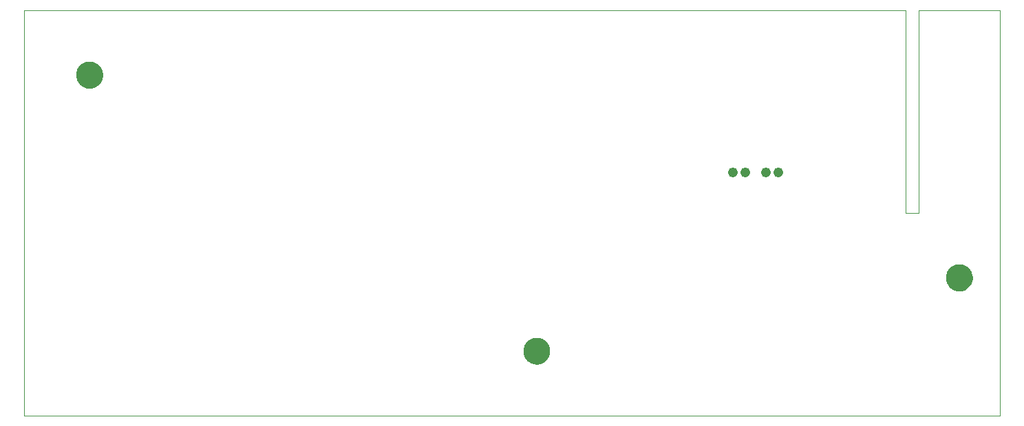
<source format=gbs>
G75*
G70*
%OFA0B0*%
%FSLAX24Y24*%
%IPPOS*%
%LPD*%
%AMOC8*
5,1,8,0,0,1.08239X$1,22.5*
%
%ADD10C,0.0000*%
%ADD11C,0.0476*%
%ADD12C,0.1300*%
D10*
X000260Y000260D02*
X000260Y019945D01*
X042937Y019945D01*
X042937Y010103D01*
X043567Y010103D01*
X043567Y019945D01*
X047504Y019945D01*
X047504Y000260D01*
X000260Y000260D01*
X024433Y003410D02*
X024435Y003460D01*
X024441Y003510D01*
X024451Y003559D01*
X024465Y003607D01*
X024482Y003654D01*
X024503Y003699D01*
X024528Y003743D01*
X024556Y003784D01*
X024588Y003823D01*
X024622Y003860D01*
X024659Y003894D01*
X024699Y003924D01*
X024741Y003951D01*
X024785Y003975D01*
X024831Y003996D01*
X024878Y004012D01*
X024926Y004025D01*
X024976Y004034D01*
X025025Y004039D01*
X025076Y004040D01*
X025126Y004037D01*
X025175Y004030D01*
X025224Y004019D01*
X025272Y004004D01*
X025318Y003986D01*
X025363Y003964D01*
X025406Y003938D01*
X025447Y003909D01*
X025486Y003877D01*
X025522Y003842D01*
X025554Y003804D01*
X025584Y003764D01*
X025611Y003721D01*
X025634Y003677D01*
X025653Y003631D01*
X025669Y003583D01*
X025681Y003534D01*
X025689Y003485D01*
X025693Y003435D01*
X025693Y003385D01*
X025689Y003335D01*
X025681Y003286D01*
X025669Y003237D01*
X025653Y003189D01*
X025634Y003143D01*
X025611Y003099D01*
X025584Y003056D01*
X025554Y003016D01*
X025522Y002978D01*
X025486Y002943D01*
X025447Y002911D01*
X025406Y002882D01*
X025363Y002856D01*
X025318Y002834D01*
X025272Y002816D01*
X025224Y002801D01*
X025175Y002790D01*
X025126Y002783D01*
X025076Y002780D01*
X025025Y002781D01*
X024976Y002786D01*
X024926Y002795D01*
X024878Y002808D01*
X024831Y002824D01*
X024785Y002845D01*
X024741Y002869D01*
X024699Y002896D01*
X024659Y002926D01*
X024622Y002960D01*
X024588Y002997D01*
X024556Y003036D01*
X024528Y003077D01*
X024503Y003121D01*
X024482Y003166D01*
X024465Y003213D01*
X024451Y003261D01*
X024441Y003310D01*
X024435Y003360D01*
X024433Y003410D01*
X044906Y006953D02*
X044908Y007003D01*
X044914Y007053D01*
X044924Y007102D01*
X044938Y007150D01*
X044955Y007197D01*
X044976Y007242D01*
X045001Y007286D01*
X045029Y007327D01*
X045061Y007366D01*
X045095Y007403D01*
X045132Y007437D01*
X045172Y007467D01*
X045214Y007494D01*
X045258Y007518D01*
X045304Y007539D01*
X045351Y007555D01*
X045399Y007568D01*
X045449Y007577D01*
X045498Y007582D01*
X045549Y007583D01*
X045599Y007580D01*
X045648Y007573D01*
X045697Y007562D01*
X045745Y007547D01*
X045791Y007529D01*
X045836Y007507D01*
X045879Y007481D01*
X045920Y007452D01*
X045959Y007420D01*
X045995Y007385D01*
X046027Y007347D01*
X046057Y007307D01*
X046084Y007264D01*
X046107Y007220D01*
X046126Y007174D01*
X046142Y007126D01*
X046154Y007077D01*
X046162Y007028D01*
X046166Y006978D01*
X046166Y006928D01*
X046162Y006878D01*
X046154Y006829D01*
X046142Y006780D01*
X046126Y006732D01*
X046107Y006686D01*
X046084Y006642D01*
X046057Y006599D01*
X046027Y006559D01*
X045995Y006521D01*
X045959Y006486D01*
X045920Y006454D01*
X045879Y006425D01*
X045836Y006399D01*
X045791Y006377D01*
X045745Y006359D01*
X045697Y006344D01*
X045648Y006333D01*
X045599Y006326D01*
X045549Y006323D01*
X045498Y006324D01*
X045449Y006329D01*
X045399Y006338D01*
X045351Y006351D01*
X045304Y006367D01*
X045258Y006388D01*
X045214Y006412D01*
X045172Y006439D01*
X045132Y006469D01*
X045095Y006503D01*
X045061Y006540D01*
X045029Y006579D01*
X045001Y006620D01*
X044976Y006664D01*
X044955Y006709D01*
X044938Y006756D01*
X044924Y006804D01*
X044914Y006853D01*
X044908Y006903D01*
X044906Y006953D01*
X002780Y016795D02*
X002782Y016845D01*
X002788Y016895D01*
X002798Y016944D01*
X002812Y016992D01*
X002829Y017039D01*
X002850Y017084D01*
X002875Y017128D01*
X002903Y017169D01*
X002935Y017208D01*
X002969Y017245D01*
X003006Y017279D01*
X003046Y017309D01*
X003088Y017336D01*
X003132Y017360D01*
X003178Y017381D01*
X003225Y017397D01*
X003273Y017410D01*
X003323Y017419D01*
X003372Y017424D01*
X003423Y017425D01*
X003473Y017422D01*
X003522Y017415D01*
X003571Y017404D01*
X003619Y017389D01*
X003665Y017371D01*
X003710Y017349D01*
X003753Y017323D01*
X003794Y017294D01*
X003833Y017262D01*
X003869Y017227D01*
X003901Y017189D01*
X003931Y017149D01*
X003958Y017106D01*
X003981Y017062D01*
X004000Y017016D01*
X004016Y016968D01*
X004028Y016919D01*
X004036Y016870D01*
X004040Y016820D01*
X004040Y016770D01*
X004036Y016720D01*
X004028Y016671D01*
X004016Y016622D01*
X004000Y016574D01*
X003981Y016528D01*
X003958Y016484D01*
X003931Y016441D01*
X003901Y016401D01*
X003869Y016363D01*
X003833Y016328D01*
X003794Y016296D01*
X003753Y016267D01*
X003710Y016241D01*
X003665Y016219D01*
X003619Y016201D01*
X003571Y016186D01*
X003522Y016175D01*
X003473Y016168D01*
X003423Y016165D01*
X003372Y016166D01*
X003323Y016171D01*
X003273Y016180D01*
X003225Y016193D01*
X003178Y016209D01*
X003132Y016230D01*
X003088Y016254D01*
X003046Y016281D01*
X003006Y016311D01*
X002969Y016345D01*
X002935Y016382D01*
X002903Y016421D01*
X002875Y016462D01*
X002850Y016506D01*
X002829Y016551D01*
X002812Y016598D01*
X002798Y016646D01*
X002788Y016695D01*
X002782Y016745D01*
X002780Y016795D01*
D11*
X034593Y012071D03*
X035193Y012071D03*
X036193Y012071D03*
X036773Y012071D03*
D12*
X045536Y006953D03*
X025063Y003410D03*
X003410Y016795D03*
M02*

</source>
